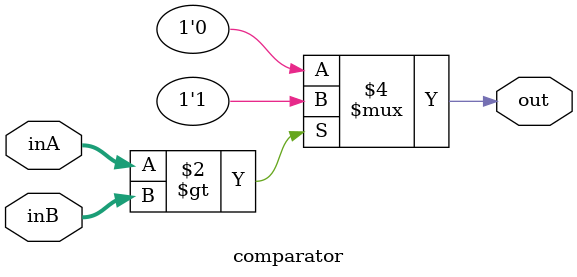
<source format=v>
module comparator (inA, inB, out);
  parameter N = 7;
  input [N:0] inA, inB;
  output reg out;

    always@(inA or inB)
    begin 
      if (inA > inB) 
        out <= 1'b1;
      else
	out <= 1'b0;
    end
endmodule // comparator

</source>
